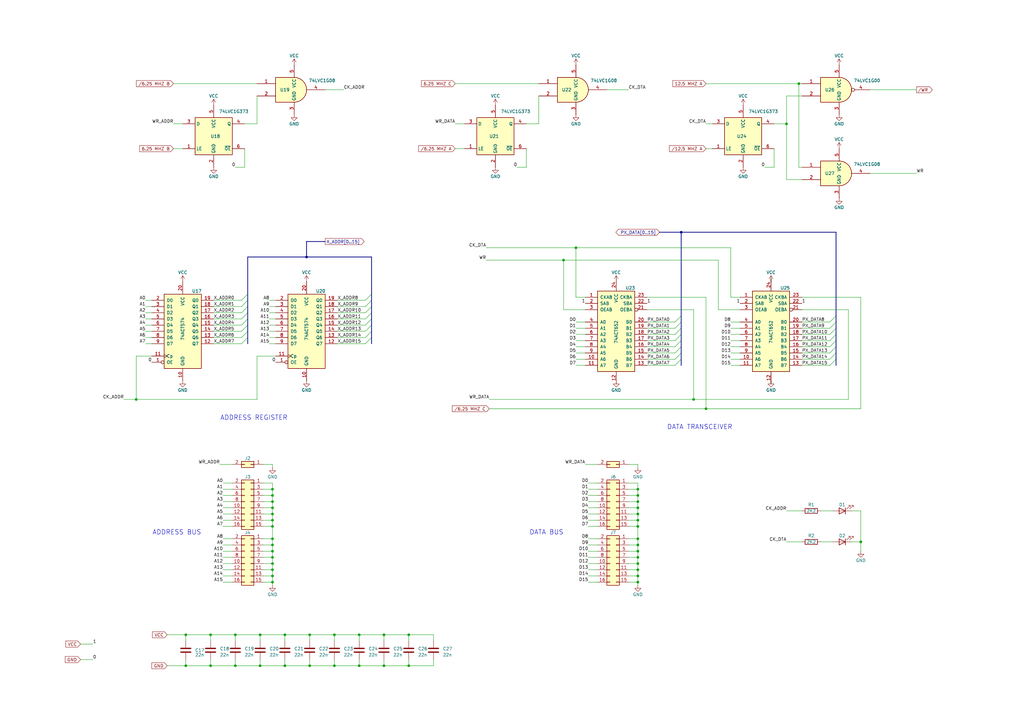
<source format=kicad_sch>
(kicad_sch (version 20231120) (generator "eeschema") (generator_version "8.0")
  (paper "A3")
  (title_block (title "INTERFACE"))
  (junction (at 111.76 226.06))
  (junction (at 111.76 210.82))
  (junction (at 55.88 163.83))
  (junction (at 261.62 238.76))
  (junction (at 111.76 233.68))
  (junction (at 111.76 236.22))
  (junction (at 111.76 228.6))
  (junction (at 261.62 203.2))
  (junction (at 284.48 163.83))
  (junction (at 127 260.35))
  (junction (at 96.52 273.05))
  (junction (at 76.2 260.35))
  (junction (at 106.68 260.35))
  (junction (at 127 273.05))
  (junction (at 261.62 236.22))
  (junction (at 261.62 220.98))
  (junction (at 261.62 205.74))
  (junction (at 86.36 260.35))
  (junction (at 111.76 208.28))
  (junction (at 125.73 105.41))
  (junction (at 116.84 260.35))
  (junction (at 147.32 260.35))
  (junction (at 322.58 50.8))
  (junction (at 289.56 167.64))
  (junction (at 111.76 203.2))
  (junction (at 327.66 34.29))
  (junction (at 111.76 231.14))
  (junction (at 106.68 273.05))
  (junction (at 137.16 260.35))
  (junction (at 86.36 273.05))
  (junction (at 261.62 200.66))
  (junction (at 147.32 273.05))
  (junction (at 167.64 260.35))
  (junction (at 111.76 213.36))
  (junction (at 261.62 231.14))
  (junction (at 261.62 210.82))
  (junction (at 111.76 238.76))
  (junction (at 137.16 273.05))
  (junction (at 111.76 223.52))
  (junction (at 111.76 205.74))
  (junction (at 76.2 273.05))
  (junction (at 261.62 226.06))
  (junction (at 261.62 228.6))
  (junction (at 261.62 208.28))
  (junction (at 236.22 101.6))
  (junction (at 261.62 215.9))
  (junction (at 111.76 200.66))
  (junction (at 353.06 222.25))
  (junction (at 111.76 215.9))
  (junction (at 261.62 233.68))
  (junction (at 261.62 213.36))
  (junction (at 231.14 106.68))
  (junction (at 96.52 260.35))
  (junction (at 116.84 273.05))
  (junction (at 261.62 223.52))
  (junction (at 167.64 273.05))
  (junction (at 111.76 220.98))
  (junction (at 157.48 273.05))
  (junction (at 279.4 95.25))
  (junction (at 157.48 260.35))
  (bus_entry (at 342.9 137.16) (size -2.54 2.54))
  (bus_entry (at 342.9 142.24) (size -2.54 2.54))
  (bus_entry (at 101.6 130.81) (size -2.54 2.54))
  (bus_entry (at 279.4 137.16) (size -2.54 2.54))
  (bus_entry (at 101.6 125.73) (size -2.54 2.54))
  (bus_entry (at 152.4 130.81) (size -2.54 2.54))
  (bus_entry (at 279.4 139.7) (size -2.54 2.54))
  (bus_entry (at 279.4 134.62) (size -2.54 2.54))
  (bus_entry (at 152.4 128.27) (size -2.54 2.54))
  (bus_entry (at 279.4 132.08) (size -2.54 2.54))
  (bus_entry (at 279.4 142.24) (size -2.54 2.54))
  (bus_entry (at 152.4 138.43) (size -2.54 2.54))
  (bus_entry (at 152.4 123.19) (size -2.54 2.54))
  (bus_entry (at 101.6 123.19) (size -2.54 2.54))
  (bus_entry (at 152.4 125.73) (size -2.54 2.54))
  (bus_entry (at 101.6 120.65) (size -2.54 2.54))
  (bus_entry (at 342.9 129.54) (size -2.54 2.54))
  (bus_entry (at 342.9 144.78) (size -2.54 2.54))
  (bus_entry (at 342.9 134.62) (size -2.54 2.54))
  (bus_entry (at 279.4 147.32) (size -2.54 2.54))
  (bus_entry (at 279.4 144.78) (size -2.54 2.54))
  (bus_entry (at 101.6 128.27) (size -2.54 2.54))
  (bus_entry (at 101.6 138.43) (size -2.54 2.54))
  (bus_entry (at 101.6 133.35) (size -2.54 2.54))
  (bus_entry (at 342.9 132.08) (size -2.54 2.54))
  (bus_entry (at 101.6 135.89) (size -2.54 2.54))
  (bus_entry (at 152.4 133.35) (size -2.54 2.54))
  (bus_entry (at 342.9 139.7) (size -2.54 2.54))
  (bus_entry (at 279.4 129.54) (size -2.54 2.54))
  (bus_entry (at 152.4 135.89) (size -2.54 2.54))
  (bus_entry (at 152.4 120.65) (size -2.54 2.54))
  (bus_entry (at 342.9 147.32) (size -2.54 2.54))
  (wire (pts (xy 186.69 60.96) (xy 190.5 60.96)))
  (bus (pts (xy 342.9 139.7) (xy 342.9 142.24)))
  (wire (pts (xy 327.66 68.58) (xy 327.66 34.29)))
  (wire (pts (xy 257.81 236.22) (xy 261.62 236.22)))
  (wire (pts (xy 236.22 142.24) (xy 240.03 142.24)))
  (wire (pts (xy 106.68 273.05) (xy 116.84 273.05)))
  (wire (pts (xy 107.95 231.14) (xy 111.76 231.14)))
  (wire (pts (xy 91.44 233.68) (xy 95.25 233.68)))
  (wire (pts (xy 91.44 228.6) (xy 95.25 228.6)))
  (wire (pts (xy 71.12 34.29) (xy 105.41 34.29)))
  (wire (pts (xy 328.93 73.66) (xy 322.58 73.66)))
  (wire (pts (xy 322.58 73.66) (xy 322.58 50.8)))
  (wire (pts (xy 110.49 133.35) (xy 113.03 133.35)))
  (wire (pts (xy 111.76 203.2) (xy 111.76 205.74)))
  (bus (pts (xy 279.4 134.62) (xy 279.4 137.16)))
  (wire (pts (xy 50.8 163.83) (xy 55.88 163.83)))
  (bus (pts (xy 101.6 120.65) (xy 101.6 123.19)))
  (wire (pts (xy 76.2 273.05) (xy 86.36 273.05)))
  (wire (pts (xy 276.86 132.08) (xy 265.43 132.08)))
  (wire (pts (xy 265.43 121.92) (xy 289.56 121.92)))
  (bus (pts (xy 342.9 129.54) (xy 342.9 95.25)))
  (wire (pts (xy 107.95 200.66) (xy 111.76 200.66)))
  (wire (pts (xy 107.95 213.36) (xy 111.76 213.36)))
  (wire (pts (xy 111.76 205.74) (xy 111.76 208.28)))
  (wire (pts (xy 299.72 132.08) (xy 303.53 132.08)))
  (wire (pts (xy 59.69 133.35) (xy 62.23 133.35)))
  (wire (pts (xy 241.3 213.36) (xy 245.11 213.36)))
  (wire (pts (xy 138.43 138.43) (xy 149.86 138.43)))
  (wire (pts (xy 265.43 149.86) (xy 276.86 149.86)))
  (wire (pts (xy 236.22 134.62) (xy 240.03 134.62)))
  (wire (pts (xy 147.32 260.35) (xy 157.48 260.35)))
  (wire (pts (xy 106.68 260.35) (xy 116.84 260.35)))
  (wire (pts (xy 147.32 273.05) (xy 147.32 270.51)))
  (wire (pts (xy 59.69 138.43) (xy 62.23 138.43)))
  (wire (pts (xy 116.84 273.05) (xy 127 273.05)))
  (wire (pts (xy 86.36 260.35) (xy 96.52 260.35)))
  (wire (pts (xy 257.81 228.6) (xy 261.62 228.6)))
  (wire (pts (xy 87.63 135.89) (xy 99.06 135.89)))
  (wire (pts (xy 76.2 273.05) (xy 76.2 270.51)))
  (wire (pts (xy 322.58 39.37) (xy 328.93 39.37)))
  (wire (pts (xy 328.93 142.24) (xy 340.36 142.24)))
  (wire (pts (xy 356.87 71.12) (xy 375.92 71.12)))
  (wire (pts (xy 105.41 146.05) (xy 105.41 163.83)))
  (wire (pts (xy 284.48 127) (xy 284.48 163.83)))
  (wire (pts (xy 111.76 226.06) (xy 111.76 228.6)))
  (wire (pts (xy 322.58 50.8) (xy 322.58 39.37)))
  (wire (pts (xy 240.03 190.5) (xy 245.11 190.5)))
  (wire (pts (xy 106.68 273.05) (xy 106.68 270.51)))
  (wire (pts (xy 107.95 236.22) (xy 111.76 236.22)))
  (wire (pts (xy 107.95 210.82) (xy 111.76 210.82)))
  (wire (pts (xy 91.44 231.14) (xy 95.25 231.14)))
  (wire (pts (xy 257.81 200.66) (xy 261.62 200.66)))
  (wire (pts (xy 110.49 135.89) (xy 113.03 135.89)))
  (wire (pts (xy 76.2 260.35) (xy 76.2 262.89)))
  (wire (pts (xy 137.16 260.35) (xy 137.16 262.89)))
  (wire (pts (xy 241.3 198.12) (xy 245.11 198.12)))
  (wire (pts (xy 76.2 260.35) (xy 86.36 260.35)))
  (wire (pts (xy 328.93 121.92) (xy 353.06 121.92)))
  (bus (pts (xy 342.9 147.32) (xy 342.9 149.86)))
  (wire (pts (xy 299.72 121.92) (xy 299.72 101.6)))
  (wire (pts (xy 59.69 125.73) (xy 62.23 125.73)))
  (wire (pts (xy 86.36 273.05) (xy 96.52 273.05)))
  (wire (pts (xy 111.76 190.5) (xy 107.95 190.5)))
  (wire (pts (xy 299.72 144.78) (xy 303.53 144.78)))
  (wire (pts (xy 96.52 273.05) (xy 106.68 273.05)))
  (wire (pts (xy 261.62 213.36) (xy 261.62 215.9)))
  (wire (pts (xy 91.44 223.52) (xy 95.25 223.52)))
  (wire (pts (xy 177.8 260.35) (xy 177.8 262.89)))
  (wire (pts (xy 91.44 198.12) (xy 95.25 198.12)))
  (wire (pts (xy 261.62 203.2) (xy 261.62 205.74)))
  (wire (pts (xy 257.81 205.74) (xy 261.62 205.74)))
  (wire (pts (xy 261.62 210.82) (xy 261.62 213.36)))
  (wire (pts (xy 289.56 60.96) (xy 292.1 60.96)))
  (wire (pts (xy 257.81 238.76) (xy 261.62 238.76)))
  (wire (pts (xy 248.92 36.83) (xy 257.81 36.83)))
  (wire (pts (xy 317.5 50.8) (xy 322.58 50.8)))
  (wire (pts (xy 138.43 128.27) (xy 149.86 128.27)))
  (wire (pts (xy 111.76 208.28) (xy 111.76 210.82)))
  (wire (pts (xy 240.03 121.92) (xy 236.22 121.92)))
  (wire (pts (xy 353.06 222.25) (xy 349.25 222.25)))
  (wire (pts (xy 116.84 260.35) (xy 116.84 262.89)))
  (wire (pts (xy 116.84 260.35) (xy 127 260.35)))
  (wire (pts (xy 87.63 130.81) (xy 99.06 130.81)))
  (wire (pts (xy 353.06 209.55) (xy 349.25 209.55)))
  (wire (pts (xy 236.22 139.7) (xy 240.03 139.7)))
  (bus (pts (xy 279.4 142.24) (xy 279.4 144.78)))
  (wire (pts (xy 199.39 101.6) (xy 236.22 101.6)))
  (wire (pts (xy 107.95 220.98) (xy 111.76 220.98)))
  (wire (pts (xy 157.48 273.05) (xy 167.64 273.05)))
  (bus (pts (xy 342.9 137.16) (xy 342.9 139.7)))
  (wire (pts (xy 110.49 130.81) (xy 113.03 130.81)))
  (wire (pts (xy 71.12 60.96) (xy 74.93 60.96)))
  (bus (pts (xy 342.9 142.24) (xy 342.9 144.78)))
  (bus (pts (xy 152.4 125.73) (xy 152.4 128.27)))
  (bus (pts (xy 101.6 135.89) (xy 101.6 138.43)))
  (wire (pts (xy 113.03 146.05) (xy 105.41 146.05)))
  (wire (pts (xy 87.63 133.35) (xy 99.06 133.35)))
  (wire (pts (xy 236.22 132.08) (xy 240.03 132.08)))
  (wire (pts (xy 107.95 228.6) (xy 111.76 228.6)))
  (wire (pts (xy 231.14 106.68) (xy 231.14 127)))
  (wire (pts (xy 138.43 135.89) (xy 149.86 135.89)))
  (wire (pts (xy 303.53 127) (xy 294.64 127)))
  (wire (pts (xy 91.44 236.22) (xy 95.25 236.22)))
  (bus (pts (xy 152.4 128.27) (xy 152.4 130.81)))
  (wire (pts (xy 265.43 139.7) (xy 276.86 139.7)))
  (wire (pts (xy 261.62 223.52) (xy 261.62 226.06)))
  (bus (pts (xy 152.4 105.41) (xy 152.4 120.65)))
  (wire (pts (xy 303.53 121.92) (xy 299.72 121.92)))
  (wire (pts (xy 177.8 273.05) (xy 177.8 270.51)))
  (wire (pts (xy 328.93 137.16) (xy 340.36 137.16)))
  (wire (pts (xy 241.3 203.2) (xy 245.11 203.2)))
  (wire (pts (xy 107.95 238.76) (xy 111.76 238.76)))
  (wire (pts (xy 215.9 50.8) (xy 220.98 50.8)))
  (wire (pts (xy 111.76 220.98) (xy 111.76 223.52)))
  (wire (pts (xy 138.43 130.81) (xy 149.86 130.81)))
  (wire (pts (xy 289.56 167.64) (xy 353.06 167.64)))
  (wire (pts (xy 91.44 213.36) (xy 95.25 213.36)))
  (wire (pts (xy 100.33 60.96) (xy 100.33 68.58)))
  (wire (pts (xy 107.95 208.28) (xy 111.76 208.28)))
  (bus (pts (xy 270.51 95.25) (xy 279.4 95.25)))
  (wire (pts (xy 299.72 134.62) (xy 303.53 134.62)))
  (wire (pts (xy 110.49 140.97) (xy 113.03 140.97)))
  (wire (pts (xy 241.3 208.28) (xy 245.11 208.28)))
  (wire (pts (xy 241.3 200.66) (xy 245.11 200.66)))
  (wire (pts (xy 257.81 226.06) (xy 261.62 226.06)))
  (wire (pts (xy 328.93 127) (xy 347.98 127)))
  (wire (pts (xy 353.06 209.55) (xy 353.06 222.25)))
  (wire (pts (xy 261.62 205.74) (xy 261.62 208.28)))
  (wire (pts (xy 137.16 273.05) (xy 137.16 270.51)))
  (wire (pts (xy 241.3 220.98) (xy 245.11 220.98)))
  (wire (pts (xy 261.62 233.68) (xy 261.62 236.22)))
  (wire (pts (xy 276.86 134.62) (xy 265.43 134.62)))
  (wire (pts (xy 200.66 167.64) (xy 289.56 167.64)))
  (wire (pts (xy 91.44 238.76) (xy 95.25 238.76)))
  (wire (pts (xy 96.52 260.35) (xy 96.52 262.89)))
  (wire (pts (xy 261.62 236.22) (xy 261.62 238.76)))
  (wire (pts (xy 294.64 127) (xy 294.64 106.68)))
  (wire (pts (xy 106.68 260.35) (xy 106.68 262.89)))
  (bus (pts (xy 279.4 129.54) (xy 279.4 132.08)))
  (wire (pts (xy 241.3 210.82) (xy 245.11 210.82)))
  (wire (pts (xy 199.39 106.68) (xy 231.14 106.68)))
  (wire (pts (xy 137.16 273.05) (xy 147.32 273.05)))
  (bus (pts (xy 342.9 129.54) (xy 342.9 132.08)))
  (wire (pts (xy 265.43 144.78) (xy 276.86 144.78)))
  (wire (pts (xy 328.93 134.62) (xy 340.36 134.62)))
  (wire (pts (xy 215.9 68.58) (xy 212.09 68.58)))
  (wire (pts (xy 186.69 34.29) (xy 220.98 34.29)))
  (wire (pts (xy 299.72 147.32) (xy 303.53 147.32)))
  (wire (pts (xy 100.33 68.58) (xy 96.52 68.58)))
  (wire (pts (xy 111.76 191.77) (xy 111.76 190.5)))
  (wire (pts (xy 236.22 149.86) (xy 240.03 149.86)))
  (wire (pts (xy 87.63 138.43) (xy 99.06 138.43)))
  (wire (pts (xy 127 273.05) (xy 127 270.51)))
  (wire (pts (xy 241.3 228.6) (xy 245.11 228.6)))
  (wire (pts (xy 71.12 50.8) (xy 74.93 50.8)))
  (wire (pts (xy 316.23 115.57) (xy 316.23 114.3)))
  (bus (pts (xy 133.35 99.06) (xy 125.73 99.06)))
  (wire (pts (xy 261.62 208.28) (xy 261.62 210.82)))
  (wire (pts (xy 299.72 137.16) (xy 303.53 137.16)))
  (wire (pts (xy 347.98 127) (xy 347.98 163.83)))
  (bus (pts (xy 342.9 144.78) (xy 342.9 147.32)))
  (wire (pts (xy 328.93 149.86) (xy 340.36 149.86)))
  (wire (pts (xy 157.48 260.35) (xy 167.64 260.35)))
  (wire (pts (xy 138.43 133.35) (xy 149.86 133.35)))
  (wire (pts (xy 328.93 139.7) (xy 340.36 139.7)))
  (wire (pts (xy 317.5 60.96) (xy 317.5 68.58)))
  (wire (pts (xy 59.69 123.19) (xy 62.23 123.19)))
  (wire (pts (xy 111.76 210.82) (xy 111.76 213.36)))
  (wire (pts (xy 327.66 34.29) (xy 328.93 34.29)))
  (wire (pts (xy 292.1 50.8) (xy 289.56 50.8)))
  (wire (pts (xy 257.81 220.98) (xy 261.62 220.98)))
  (bus (pts (xy 279.4 95.25) (xy 279.4 129.54)))
  (bus (pts (xy 279.4 95.25) (xy 342.9 95.25)))
  (wire (pts (xy 316.23 156.21) (xy 316.23 157.48)))
  (wire (pts (xy 328.93 68.58) (xy 327.66 68.58)))
  (wire (pts (xy 147.32 260.35) (xy 147.32 262.89)))
  (wire (pts (xy 107.95 203.2) (xy 111.76 203.2)))
  (wire (pts (xy 236.22 101.6) (xy 299.72 101.6)))
  (wire (pts (xy 241.3 205.74) (xy 245.11 205.74)))
  (wire (pts (xy 140.97 36.83) (xy 133.35 36.83)))
  (wire (pts (xy 127 260.35) (xy 127 262.89)))
  (wire (pts (xy 111.76 228.6) (xy 111.76 231.14)))
  (wire (pts (xy 91.44 205.74) (xy 95.25 205.74)))
  (wire (pts (xy 261.62 228.6) (xy 261.62 231.14)))
  (wire (pts (xy 289.56 167.64) (xy 289.56 121.92)))
  (wire (pts (xy 257.81 210.82) (xy 261.62 210.82)))
  (wire (pts (xy 241.3 233.68) (xy 245.11 233.68)))
  (wire (pts (xy 91.44 226.06) (xy 95.25 226.06)))
  (bus (pts (xy 152.4 135.89) (xy 152.4 138.43)))
  (wire (pts (xy 96.52 273.05) (xy 96.52 270.51)))
  (wire (pts (xy 257.81 208.28) (xy 261.62 208.28)))
  (wire (pts (xy 322.58 209.55) (xy 328.93 209.55)))
  (bus (pts (xy 279.4 132.08) (xy 279.4 134.62)))
  (wire (pts (xy 59.69 135.89) (xy 62.23 135.89)))
  (wire (pts (xy 127 260.35) (xy 137.16 260.35)))
  (wire (pts (xy 59.69 140.97) (xy 62.23 140.97)))
  (wire (pts (xy 241.3 236.22) (xy 245.11 236.22)))
  (wire (pts (xy 86.36 273.05) (xy 86.36 270.51)))
  (wire (pts (xy 299.72 142.24) (xy 303.53 142.24)))
  (wire (pts (xy 257.81 213.36) (xy 261.62 213.36)))
  (wire (pts (xy 284.48 163.83) (xy 347.98 163.83)))
  (wire (pts (xy 241.3 238.76) (xy 245.11 238.76)))
  (wire (pts (xy 87.63 123.19) (xy 99.06 123.19)))
  (wire (pts (xy 116.84 273.05) (xy 116.84 270.51)))
  (wire (pts (xy 261.62 198.12) (xy 261.62 200.66)))
  (wire (pts (xy 55.88 146.05) (xy 62.23 146.05)))
  (wire (pts (xy 167.64 273.05) (xy 177.8 273.05)))
  (wire (pts (xy 200.66 163.83) (xy 284.48 163.83)))
  (wire (pts (xy 111.76 223.52) (xy 111.76 226.06)))
  (wire (pts (xy 87.63 140.97) (xy 99.06 140.97)))
  (wire (pts (xy 68.58 260.35) (xy 76.2 260.35)))
  (wire (pts (xy 328.93 144.78) (xy 340.36 144.78)))
  (wire (pts (xy 68.58 273.05) (xy 76.2 273.05)))
  (wire (pts (xy 289.56 34.29) (xy 327.66 34.29)))
  (bus (pts (xy 152.4 130.81) (xy 152.4 133.35)))
  (wire (pts (xy 241.3 231.14) (xy 245.11 231.14)))
  (wire (pts (xy 33.02 270.51) (xy 38.1 270.51)))
  (wire (pts (xy 265.43 137.16) (xy 276.86 137.16)))
  (bus (pts (xy 101.6 105.41) (xy 101.6 120.65)))
  (bus (pts (xy 279.4 147.32) (xy 279.4 149.86)))
  (bus (pts (xy 279.4 139.7) (xy 279.4 142.24)))
  (wire (pts (xy 261.62 215.9) (xy 261.62 220.98)))
  (bus (pts (xy 101.6 133.35) (xy 101.6 135.89)))
  (wire (pts (xy 105.41 39.37) (xy 105.41 50.8)))
  (bus (pts (xy 152.4 120.65) (xy 152.4 123.19)))
  (wire (pts (xy 157.48 260.35) (xy 157.48 262.89)))
  (wire (pts (xy 231.14 106.68) (xy 294.64 106.68)))
  (wire (pts (xy 220.98 50.8) (xy 220.98 39.37)))
  (wire (pts (xy 90.17 190.5) (xy 95.25 190.5)))
  (wire (pts (xy 353.06 226.06) (xy 353.06 222.25)))
  (wire (pts (xy 110.49 125.73) (xy 113.03 125.73)))
  (wire (pts (xy 87.63 128.27) (xy 99.06 128.27)))
  (wire (pts (xy 107.95 223.52) (xy 111.76 223.52)))
  (wire (pts (xy 241.3 215.9) (xy 245.11 215.9)))
  (bus (pts (xy 101.6 125.73) (xy 101.6 128.27)))
  (wire (pts (xy 257.81 223.52) (xy 261.62 223.52)))
  (wire (pts (xy 110.49 123.19) (xy 113.03 123.19)))
  (wire (pts (xy 299.72 149.86) (xy 303.53 149.86)))
  (wire (pts (xy 105.41 163.83) (xy 55.88 163.83)))
  (wire (pts (xy 137.16 260.35) (xy 147.32 260.35)))
  (wire (pts (xy 105.41 50.8) (xy 100.33 50.8)))
  (wire (pts (xy 241.3 223.52) (xy 245.11 223.52)))
  (wire (pts (xy 240.03 127) (xy 231.14 127)))
  (wire (pts (xy 107.95 205.74) (xy 111.76 205.74)))
  (wire (pts (xy 91.44 220.98) (xy 95.25 220.98)))
  (wire (pts (xy 356.87 36.83) (xy 375.92 36.83)))
  (wire (pts (xy 111.76 198.12) (xy 111.76 200.66)))
  (wire (pts (xy 111.76 231.14) (xy 111.76 233.68)))
  (bus (pts (xy 152.4 123.19) (xy 152.4 125.73)))
  (wire (pts (xy 265.43 147.32) (xy 276.86 147.32)))
  (wire (pts (xy 107.95 226.06) (xy 111.76 226.06)))
  (wire (pts (xy 167.64 260.35) (xy 167.64 262.89)))
  (wire (pts (xy 257.81 231.14) (xy 261.62 231.14)))
  (wire (pts (xy 353.06 121.92) (xy 353.06 167.64)))
  (wire (pts (xy 167.64 260.35) (xy 177.8 260.35)))
  (wire (pts (xy 341.63 222.25) (xy 336.55 222.25)))
  (bus (pts (xy 279.4 137.16) (xy 279.4 139.7)))
  (wire (pts (xy 261.62 220.98) (xy 261.62 223.52)))
  (wire (pts (xy 107.95 198.12) (xy 111.76 198.12)))
  (bus (pts (xy 101.6 138.43) (xy 101.6 140.97)))
  (bus (pts (xy 125.73 105.41) (xy 101.6 105.41)))
  (wire (pts (xy 110.49 138.43) (xy 113.03 138.43)))
  (wire (pts (xy 111.76 200.66) (xy 111.76 203.2)))
  (wire (pts (xy 138.43 123.19) (xy 149.86 123.19)))
  (wire (pts (xy 257.81 215.9) (xy 261.62 215.9)))
  (bus (pts (xy 152.4 138.43) (xy 152.4 140.97)))
  (wire (pts (xy 111.76 215.9) (xy 111.76 220.98)))
  (bus (pts (xy 125.73 99.06) (xy 125.73 105.41)))
  (wire (pts (xy 257.81 233.68) (xy 261.62 233.68)))
  (wire (pts (xy 236.22 121.92) (xy 236.22 101.6)))
  (wire (pts (xy 59.69 128.27) (xy 62.23 128.27)))
  (wire (pts (xy 127 273.05) (xy 137.16 273.05)))
  (wire (pts (xy 236.22 137.16) (xy 240.03 137.16)))
  (wire (pts (xy 257.81 198.12) (xy 261.62 198.12)))
  (wire (pts (xy 87.63 125.73) (xy 99.06 125.73)))
  (wire (pts (xy 261.62 200.66) (xy 261.62 203.2)))
  (wire (pts (xy 241.3 226.06) (xy 245.11 226.06)))
  (wire (pts (xy 236.22 147.32) (xy 240.03 147.32)))
  (bus (pts (xy 101.6 130.81) (xy 101.6 133.35)))
  (wire (pts (xy 252.73 115.57) (xy 252.73 114.3)))
  (wire (pts (xy 322.58 222.25) (xy 328.93 222.25)))
  (wire (pts (xy 59.69 130.81) (xy 62.23 130.81)))
  (wire (pts (xy 91.44 215.9) (xy 95.25 215.9)))
  (wire (pts (xy 236.22 144.78) (xy 240.03 144.78)))
  (wire (pts (xy 157.48 273.05) (xy 157.48 270.51)))
  (wire (pts (xy 328.93 147.32) (xy 340.36 147.32)))
  (wire (pts (xy 340.36 132.08) (xy 328.93 132.08)))
  (wire (pts (xy 147.32 273.05) (xy 157.48 273.05)))
  (wire (pts (xy 167.64 273.05) (xy 167.64 270.51)))
  (wire (pts (xy 138.43 125.73) (xy 149.86 125.73)))
  (wire (pts (xy 138.43 140.97) (xy 149.86 140.97)))
  (bus (pts (xy 125.73 105.41) (xy 152.4 105.41)))
  (wire (pts (xy 107.95 215.9) (xy 111.76 215.9)))
  (bus (pts (xy 101.6 123.19) (xy 101.6 125.73)))
  (bus (pts (xy 279.4 144.78) (xy 279.4 147.32)))
  (wire (pts (xy 91.44 203.2) (xy 95.25 203.2)))
  (wire (pts (xy 91.44 210.82) (xy 95.25 210.82)))
  (bus (pts (xy 342.9 132.08) (xy 342.9 134.62)))
  (wire (pts (xy 261.62 238.76) (xy 261.62 240.03)))
  (wire (pts (xy 261.62 231.14) (xy 261.62 233.68)))
  (wire (pts (xy 33.02 264.16) (xy 38.1 264.16)))
  (wire (pts (xy 299.72 139.7) (xy 303.53 139.7)))
  (wire (pts (xy 257.81 203.2) (xy 261.62 203.2)))
  (wire (pts (xy 341.63 209.55) (xy 336.55 209.55)))
  (bus (pts (xy 152.4 133.35) (xy 152.4 135.89)))
  (wire (pts (xy 110.49 128.27) (xy 113.03 128.27)))
  (wire (pts (xy 252.73 156.21) (xy 252.73 157.48)))
  (wire (pts (xy 261.62 190.5) (xy 257.81 190.5)))
  (wire (pts (xy 96.52 260.35) (xy 106.68 260.35)))
  (wire (pts (xy 111.76 238.76) (xy 111.76 240.03)))
  (wire (pts (xy 317.5 68.58) (xy 313.69 68.58)))
  (bus (pts (xy 101.6 128.27) (xy 101.6 130.81)))
  (wire (pts (xy 215.9 60.96) (xy 215.9 68.58)))
  (wire (pts (xy 261.62 226.06) (xy 261.62 228.6)))
  (wire (pts (xy 111.76 213.36) (xy 111.76 215.9)))
  (wire (pts (xy 55.88 163.83) (xy 55.88 146.05)))
  (wire (pts (xy 186.69 50.8) (xy 190.5 50.8)))
  (wire (pts (xy 107.95 233.68) (xy 111.76 233.68)))
  (wire (pts (xy 265.43 142.24) (xy 276.86 142.24)))
  (wire (pts (xy 91.44 200.66) (xy 95.25 200.66)))
  (wire (pts (xy 86.36 260.35) (xy 86.36 262.89)))
  (wire (pts (xy 265.43 127) (xy 284.48 127)))
  (bus (pts (xy 342.9 134.62) (xy 342.9 137.16)))
  (wire (pts (xy 91.44 208.28) (xy 95.25 208.28)))
  (wire (pts (xy 111.76 236.22) (xy 111.76 238.76)))
  (wire (pts (xy 111.76 233.68) (xy 111.76 236.22)))
  (wire (pts (xy 261.62 191.77) (xy 261.62 190.5)))
  (text "DATA BUS" (at 231.14 218.44 0) (effects (font (size 1.905 1.905)) (justify right)))
  (text "ADDRESS BUS" (at 82.55 218.44 0) (effects (font (size 1.905 1.905)) (justify right)))
  (text "ADDRESS REGISTER" (at 104.14 171.45 0) (effects (font (size 1.905 1.905))))
  (text "DATA TRANSCEIVER" (at 287.02 175.26 0) (effects (font (size 1.905 1.905))))
  (label "A15" (at 110.49 140.97 180))
  (label "D14" (at 299.72 147.32 180))
  (label "D8" (at 299.72 132.08 180))
  (label "A9" (at 110.49 125.73 180))
  (label "A6" (at 91.44 213.36 180))
  (label "D7" (at 241.3 215.9 180))
  (label "D3" (at 241.3 205.74 180))
  (label "X_ADDR2" (at 87.63 128.27 0))
  (label "X_ADDR5" (at 87.63 135.89 0))
  (label "PX_DATA1" (at 265.43 134.62 0))
  (label "A6" (at 59.69 138.43 180))
  (label "X_ADDR12" (at 138.43 133.35 0))
  (label "PX_DATA10" (at 328.93 137.16 0))
  (label "D14" (at 241.3 236.22 180))
  (label "D4" (at 236.22 142.24 180))
  (label "D15" (at 299.72 149.86 180))
  (label "CK_DTA" (at 199.39 101.6 180))
  (label "D3" (at 236.22 139.7 180))
  (label "D4" (at 241.3 208.28 180))
  (label "0" (at 313.69 68.58 180))
  (label "D13" (at 241.3 233.68 180))
  (label "CK_ADDR" (at 50.8 163.83 180))
  (label "D2" (at 241.3 203.2 180))
  (label "PX_DATA15" (at 328.93 149.86 0))
  (label "PX_DATA2" (at 265.43 137.16 0))
  (label "PX_DATA11" (at 328.93 139.7 0))
  (label "PX_DATA4" (at 265.43 142.24 0))
  (label "A5" (at 59.69 135.89 180))
  (label "X_ADDR10" (at 138.43 128.27 0))
  (label "PX_DATA8" (at 328.93 132.08 0))
  (label "PX_DATA12" (at 328.93 142.24 0))
  (label "A2" (at 91.44 203.2 180))
  (label "D10" (at 241.3 226.06 180))
  (label "A12" (at 110.49 133.35 180))
  (label "CK_DTA" (at 322.58 222.25 180))
  (label "D12" (at 241.3 231.14 180))
  (label "X_ADDR1" (at 87.63 125.73 0))
  (label "D8" (at 241.3 220.98 180))
  (label "PX_DATA3" (at 265.43 139.7 0))
  (label "WR_DATA" (at 186.69 50.8 180))
  (label "A7" (at 91.44 215.9 180))
  (label "D6" (at 241.3 213.36 180))
  (label "X_ADDR14" (at 138.43 138.43 0))
  (label "CK_ADDR" (at 140.97 36.83 0))
  (label "X_ADDR7" (at 87.63 140.97 0))
  (label "D1" (at 236.22 134.62 180))
  (label "D10" (at 299.72 137.16 180))
  (label "D9" (at 241.3 223.52 180))
  (label "0" (at 62.23 148.59 180))
  (label "CK_ADDR" (at 322.58 209.55 180))
  (label "A13" (at 110.49 135.89 180))
  (label "PX_DATA5" (at 265.43 144.78 0))
  (label "A4" (at 91.44 208.28 180))
  (label "D9" (at 299.72 134.62 180))
  (label "D11" (at 241.3 228.6 180))
  (label "0" (at 38.1 270.51 0))
  (label "WR_DATA" (at 240.03 190.5 180))
  (label "D0" (at 241.3 198.12 180))
  (label "PX_DATA7" (at 265.43 149.86 0))
  (label "PX_DATA0" (at 265.43 132.08 0))
  (label "0" (at 113.03 148.59 180))
  (label "PX_DATA14" (at 328.93 147.32 0))
  (label "A14" (at 110.49 138.43 180))
  (label "D2" (at 236.22 137.16 180))
  (label "X_ADDR13" (at 138.43 135.89 0))
  (label "X_ADDR15" (at 138.43 140.97 0))
  (label "A8" (at 110.49 123.19 180))
  (label "A5" (at 91.44 210.82 180))
  (label "D0" (at 236.22 132.08 180))
  (label "D6" (at 236.22 147.32 180))
  (label "D11" (at 299.72 139.7 180))
  (label "A11" (at 91.44 228.6 180))
  (label "0" (at 96.52 68.58 180))
  (label "1" (at 265.43 124.46 0))
  (label "A9" (at 91.44 223.52 180))
  (label "A13" (at 91.44 233.68 180))
  (label "1" (at 38.1 264.16 0))
  (label "A11" (at 110.49 130.81 180))
  (label "WR_DATA" (at 200.66 163.83 180))
  (label "A0" (at 91.44 198.12 180))
  (label "A7" (at 59.69 140.97 180))
  (label "PX_DATA6" (at 265.43 147.32 0))
  (label "X_ADDR8" (at 138.43 123.19 0))
  (label "A4" (at 59.69 133.35 180))
  (label "WR_ADDR" (at 90.17 190.5 180))
  (label "D1" (at 241.3 200.66 180))
  (label "D13" (at 299.72 144.78 180))
  (label "D5" (at 241.3 210.82 180))
  (label "A0" (at 59.69 123.19 180))
  (label "CK_DTA" (at 257.81 36.83 0))
  (label "A12" (at 91.44 231.14 180))
  (label "X_ADDR6" (at 87.63 138.43 0))
  (label "X_ADDR3" (at 87.63 130.81 0))
  (label "A10" (at 110.49 128.27 180))
  (label "X_ADDR0" (at 87.63 123.19 0))
  (label "PX_DATA9" (at 328.93 134.62 0))
  (label "PX_DATA13" (at 328.93 144.78 0))
  (label "X_ADDR9" (at 138.43 125.73 0))
  (label "D15" (at 241.3 238.76 180))
  (label "WR" (at 375.92 71.12 0))
  (label "1" (at 240.03 124.46 180))
  (label "D12" (at 299.72 142.24 180))
  (label "CK_DTA" (at 289.56 50.8 180))
  (label "A8" (at 91.44 220.98 180))
  (label "A2" (at 59.69 128.27 180))
  (label "X_ADDR4" (at 87.63 133.35 0))
  (label "A15" (at 91.44 238.76 180))
  (label "A10" (at 91.44 226.06 180))
  (label "D5" (at 236.22 144.78 180))
  (label "A1" (at 91.44 200.66 180))
  (label "1" (at 303.53 124.46 180))
  (label "A3" (at 59.69 130.81 180))
  (label "D7" (at 236.22 149.86 180))
  (label "A3" (at 91.44 205.74 180))
  (label "A1" (at 59.69 125.73 180))
  (label "0" (at 212.09 68.58 180))
  (label "1" (at 328.93 124.46 0))
  (label "X_ADDR11" (at 138.43 130.81 0))
  (label "A14" (at 91.44 236.22 180))
  (label "WR" (at 199.39 106.68 180))
  (label "WR_ADDR" (at 71.12 50.8 180))
  (global_label "VCC" (shape input) (at 68.58 260.35 180) (property "Intersheetrefs" "${INTERSHEET_REFS}" (effects (hide yes))))
  (global_label "12.5 MHZ A" (shape input) (at 289.56 34.29 180) (property "Intersheetrefs" "${INTERSHEET_REFS}" (effects (hide yes))))
  (global_label "X_ADDR[0..15]" (shape output) (at 133.35 99.06 0) (property "Intersheetrefs" "${INTERSHEET_REFS}" (effects (hide yes))))
  (global_label "{slash}6.25 MHZ B" (shape input) (at 71.12 34.29 180) (property "Intersheetrefs" "${INTERSHEET_REFS}" (effects (hide yes))))
  (global_label "VCC" (shape input) (at 33.02 264.16 180) (property "Intersheetrefs" "${INTERSHEET_REFS}" (effects (hide yes))))
  (global_label "GND" (shape input) (at 33.02 270.51 180) (property "Intersheetrefs" "${INTERSHEET_REFS}" (effects (hide yes))))
  (global_label "{slash}6.25 MHZ A" (shape input) (at 186.69 60.96 180) (property "Intersheetrefs" "${INTERSHEET_REFS}" (effects (hide yes))))
  (global_label "6.25 MHZ B" (shape input) (at 71.12 60.96 180) (property "Intersheetrefs" "${INTERSHEET_REFS}" (effects (hide yes))))
  (global_label "{slash}12.5 MHZ A" (shape input) (at 289.56 60.96 180) (property "Intersheetrefs" "${INTERSHEET_REFS}" (effects (hide yes))))
  (global_label "6.25 MHZ C" (shape input) (at 186.69 34.29 180) (property "Intersheetrefs" "${INTERSHEET_REFS}" (effects (hide yes))))
  (global_label "PX_DATA[0..15]" (shape bidirectional) (at 270.51 95.25 180) (property "Intersheetrefs" "${INTERSHEET_REFS}" (effects (hide yes))))
  (global_label "GND" (shape input) (at 68.58 273.05 180) (property "Intersheetrefs" "${INTERSHEET_REFS}" (effects (hide yes))))
  (global_label "{slash}WR" (shape output) (at 375.92 36.83 0) (property "Intersheetrefs" "${INTERSHEET_REFS}" (effects (hide yes))))
  (global_label "{slash}6.25 MHZ C" (shape input) (at 200.66 167.64 180) (property "Intersheetrefs" "${INTERSHEET_REFS}" (effects (hide yes))))
  (symbol (lib_id "power:VCC") (at 236.22 26.67 0) (unit 1)
    (property "Reference" "#PWR048" (effects (hide yes)))
    (property "Value" "VCC" (at 236.22 22.86 0))
    (property "Description" "Power symbol creates a global label with name \"VCC\"" (effects (hide yes)))
  )
  (symbol (lib_id "power:GND") (at 203.2 68.58 0) (unit 1)
    (property "Reference" "#PWR046" (effects (hide yes)))
    (property "Value" "GND" (at 203.2 72.39 0))
    (property "Description" "Power symbol creates a global label with name \"GND\" , ground" (effects (hide yes)))
  )
  (symbol (lib_id "power:VCC") (at 87.63 43.18 0) (unit 1)
    (property "Reference" "#PWR037" (effects (hide yes)))
    (property "Value" "VCC" (at 87.63 39.37 0))
    (property "Description" "Power symbol creates a global label with name \"VCC\"" (effects (hide yes)))
  )
  (symbol (lib_id "Device:R") (at 332.74 209.55 270) (unit 1)
    (property "Reference" "R1" (at 332.74 207.01 90))
    (property "Value" "2K2" (at 332.74 209.55 90))
    (property "Footprint" "MevaLlibreriaFootprint:Meu-R_0603_1608Metric_Pad0.98x0.95mm_HandSolder" (effects (hide yes)))
    (property "Description" "Resistor" (effects (hide yes)))
    (property "LCSC Part #" "no_C23162" (effects (hide yes)))
  )
  (symbol (lib_id "Connector_Generic:Conn_02x01") (at 102.87 190.5 0) (mirror y) (unit 1)
    (property "Reference" "J2" (at 101.6 187.96 0))
    (property "Value" "Conn_02x01" (effects (hide yes)))
    (property "Footprint" "Connector_PinHeader_2.54mm:PinHeader_2x01_P2.54mm_Vertical" (effects (hide yes)))
    (property "Description" "Generic connector, double row, 02x01, this symbol is compatible with counter-clockwise, top-bottom and odd-even numbering schemes., script generated (kicad-library-utils/schlib/autogen/connector/)" (effects (hide yes)))
  )
  (symbol (lib_id "power:GND") (at 344.17 46.99 0) (unit 1)
    (property "Reference" "#PWR059" (effects (hide yes)))
    (property "Value" "GND" (at 344.17 50.8 0))
    (property "Description" "Power symbol creates a global label with name \"GND\" , ground" (effects (hide yes)))
  )
  (symbol (lib_id "power:VCC") (at 316.23 115.57 0) (unit 1)
    (property "Reference" "#PWR056" (effects (hide yes)))
    (property "Value" "VCC" (at 316.23 111.76 0))
    (property "Description" "Power symbol creates a global label with name \"VCC\"" (effects (hide yes)))
  )
  (symbol (lib_id "Device:C") (at 147.32 266.7 0) (unit 1)
    (property "Reference" "C24" (at 151.13 266.065 0) (effects (justify left)))
    (property "Value" "22n" (at 151.13 268.605 0) (effects (justify left)))
    (property "Footprint" "Capacitor_SMD:C_0603_1608Metric_Pad1.08x0.95mm_HandSolder" (effects (hide yes)))
    (property "Description" "Unpolarized capacitor" (effects (hide yes)))
    (property "LCSC Part #" "C277528" (effects (hide yes)))
  )
  (symbol (lib_id "74xGxx:74LVC1G373") (at 87.63 55.88 0) (unit 1)
    (property "Reference" "U18" (at 86.36 55.88 0) (effects (justify left)))
    (property "Value" "74LVC1G373" (at 89.8241 45.72 0) (effects (justify left)))
    (property "Footprint" "Package_TO_SOT_SMD:SOT-23-6" (effects (hide yes)))
    (property "Datasheet" "http://www.ti.com/lit/sg/scyt129e/scyt129e.pdf" (effects (hide yes)))
    (property "Description" "Single D Latch, Low-Voltage CMOS" (effects (hide yes)))
  )
  (symbol (lib_id "Connector_Generic:Conn_02x08_Odd_Even") (at 252.73 228.6 0) (mirror y) (unit 1)
    (property "Reference" "J7" (at 251.46 218.44 0))
    (property "Value" "Conn_02x08_Odd_Even" (effects (hide yes)))
    (property "Footprint" "Connector_PinHeader_2.54mm:PinHeader_2x08_P2.54mm_Vertical" (effects (hide yes)))
    (property "Description" "Generic connector, double row, 02x08, odd/even pin numbering scheme (row 1 odd numbers, row 2 even numbers), script generated (kicad-library-utils/schlib/autogen/connector/)" (effects (hide yes)))
    (property "LCSC Part #" "C24328" (effects (hide yes)))
  )
  (symbol (lib_id "Device:LED") (at 345.44 222.25 180) (unit 1)
    (property "Reference" "D2" (at 345.44 219.71 0))
    (property "Value" "LED" (effects (hide yes)))
    (property "Footprint" "LED_SMD:LED_0603_1608Metric_Pad1.05x0.95mm_HandSolder" (effects (hide yes)))
    (property "Description" "Light emitting diode" (effects (hide yes)))
    (property "LCSC Part #" "C193902" (effects (hide yes)))
  )
  (symbol (lib_id "74xGxx:74LVC1G373") (at 203.2 55.88 0) (unit 1)
    (property "Reference" "U21" (at 200.66 55.88 0) (effects (justify left)))
    (property "Value" "74LVC1G373" (at 205.3941 45.72 0) (effects (justify left)))
    (property "Footprint" "Package_TO_SOT_SMD:SOT-23-6" (effects (hide yes)))
    (property "Datasheet" "http://www.ti.com/lit/sg/scyt129e/scyt129e.pdf" (effects (hide yes)))
    (property "Description" "Single D Latch, Low-Voltage CMOS" (effects (hide yes)))
  )
  (symbol (lib_id "power:VCC") (at 125.73 115.57 0) (unit 1)
    (property "Reference" "#PWR043" (effects (hide yes)))
    (property "Value" "VCC" (at 125.73 111.76 0))
    (property "Description" "Power symbol creates a global label with name \"VCC\"" (effects (hide yes)))
  )
  (symbol (lib_id "power:GND") (at 261.62 240.03 0) (unit 1)
    (property "Reference" "#PWR053" (effects (hide yes)))
    (property "Value" "GND" (at 261.62 243.84 0))
    (property "Description" "Power symbol creates a global label with name \"GND\" , ground" (effects (hide yes)))
  )
  (symbol (lib_id "power:VCC") (at 252.73 115.57 0) (unit 1)
    (property "Reference" "#PWR050" (effects (hide yes)))
    (property "Value" "VCC" (at 252.73 111.76 0))
    (property "Description" "Power symbol creates a global label with name \"VCC\"" (effects (hide yes)))
  )
  (symbol (lib_id "Connector_Generic:Conn_02x08_Odd_Even") (at 252.73 205.74 0) (mirror y) (unit 1)
    (property "Reference" "J6" (at 251.46 195.58 0))
    (property "Value" "Conn_02x08_Odd_Even" (effects (hide yes)))
    (property "Footprint" "Connector_PinHeader_2.54mm:PinHeader_2x08_P2.54mm_Vertical" (effects (hide yes)))
    (property "Description" "Generic connector, double row, 02x08, odd/even pin numbering scheme (row 1 odd numbers, row 2 even numbers), script generated (kicad-library-utils/schlib/autogen/connector/)" (effects (hide yes)))
    (property "LCSC Part #" "C24328" (effects (hide yes)))
  )
  (symbol (lib_id "Device:C") (at 116.84 266.7 0) (unit 1)
    (property "Reference" "C21" (at 120.65 266.065 0) (effects (justify left)))
    (property "Value" "22n" (at 120.65 268.605 0) (effects (justify left)))
    (property "Footprint" "Capacitor_SMD:C_0603_1608Metric_Pad1.08x0.95mm_HandSolder" (effects (hide yes)))
    (property "Description" "Unpolarized capacitor" (effects (hide yes)))
    (property "LCSC Part #" "C277528" (effects (hide yes)))
  )
  (symbol (lib_id "power:GND") (at 87.63 68.58 0) (unit 1)
    (property "Reference" "#PWR038" (effects (hide yes)))
    (property "Value" "GND" (at 87.63 72.39 0))
    (property "Description" "Power symbol creates a global label with name \"GND\" , ground" (effects (hide yes)))
  )
  (symbol (lib_id "power:GND") (at 304.8 68.58 0) (unit 1)
    (property "Reference" "#PWR055" (effects (hide yes)))
    (property "Value" "GND" (at 304.8 72.39 0))
    (property "Description" "Power symbol creates a global label with name \"GND\" , ground" (effects (hide yes)))
  )
  (symbol (lib_id "74xGxx:74LVC1G00") (at 344.17 36.83 0) (unit 1)
    (property "Reference" "U26" (at 340.36 36.83 0))
    (property "Value" "74LVC1G00" (at 355.6 33.0514 0))
    (property "Footprint" "Package_TO_SOT_SMD:SOT-23-5" (effects (hide yes)))
    (property "Datasheet" "https://www.ti.com/lit/ds/symlink/sn74lvc1g00.pdf" (effects (hide yes)))
    (property "Description" "Single NAND Gate, Low-Voltage CMOS" (effects (hide yes)))
  )
  (symbol (lib_id "Device:C") (at 167.64 266.7 0) (unit 1)
    (property "Reference" "C26" (at 171.45 266.065 0) (effects (justify left)))
    (property "Value" "22n" (at 171.45 268.605 0) (effects (justify left)))
    (property "Footprint" "Capacitor_SMD:C_0603_1608Metric_Pad1.08x0.95mm_HandSolder" (effects (hide yes)))
    (property "Description" "Unpolarized capacitor" (effects (hide yes)))
    (property "LCSC Part #" "C277528" (effects (hide yes)))
  )
  (symbol (lib_id "power:VCC") (at 203.2 43.18 0) (unit 1)
    (property "Reference" "#PWR045" (effects (hide yes)))
    (property "Value" "VCC" (at 203.2 39.37 0))
    (property "Description" "Power symbol creates a global label with name \"VCC\"" (effects (hide yes)))
  )
  (symbol (lib_id "power:VCC") (at 344.17 60.96 0) (unit 1)
    (property "Reference" "#PWR060" (effects (hide yes)))
    (property "Value" "VCC" (at 344.17 57.15 0))
    (property "Description" "Power symbol creates a global label with name \"VCC\"" (effects (hide yes)))
  )
  (symbol (lib_id "MevaLlibreria:74HCT652") (at 316.23 135.89 0) (unit 1)
    (property "Reference" "U25" (at 320.04 118.11 0) (effects (justify left)))
    (property "Value" "74ACT652" (at 316.23 140.97 90) (effects (justify left)))
    (property "Footprint" "Package_SO:SOIC-24W_7.5x15.4mm_P1.27mm" (effects (hide yes)))
    (property "Datasheet" "http://www.ti.com/lit/gpn/sn74HCT652" (effects (hide yes)))
    (property "Description" "Octal 3-State Bus Transceivers and D Flip-Flops" (effects (hide yes)))
  )
  (symbol (lib_id "74xx:74HCT574") (at 125.73 135.89 0) (unit 1)
    (property "Reference" "U20" (at 129.54 119.38 0) (effects (justify left)))
    (property "Value" "74ACT574" (at 125.73 139.7 90) (effects (justify left)))
    (property "Footprint" "Package_SO:SOIC-20W_7.5x12.8mm_P1.27mm" (effects (hide yes)))
    (property "Datasheet" "http://www.ti.com/lit/gpn/sn74HCT574" (effects (hide yes)))
    (property "Description" "8-bit Register, 3-state outputs" (effects (hide yes)))
  )
  (symbol (lib_id "Device:C") (at 127 266.7 0) (unit 1)
    (property "Reference" "C22" (at 130.81 266.065 0) (effects (justify left)))
    (property "Value" "22n" (at 130.81 268.605 0) (effects (justify left)))
    (property "Footprint" "Capacitor_SMD:C_0603_1608Metric_Pad1.08x0.95mm_HandSolder" (effects (hide yes)))
    (property "Description" "Unpolarized capacitor" (effects (hide yes)))
    (property "LCSC Part #" "C277528" (effects (hide yes)))
  )
  (symbol (lib_id "power:GND") (at 120.65 46.99 0) (unit 1)
    (property "Reference" "#PWR042" (effects (hide yes)))
    (property "Value" "GND" (at 120.65 50.8 0))
    (property "Description" "Power symbol creates a global label with name \"GND\" , ground" (effects (hide yes)))
  )
  (symbol (lib_id "power:VCC") (at 74.93 115.57 0) (unit 1)
    (property "Reference" "#PWR035" (effects (hide yes)))
    (property "Value" "VCC" (at 74.93 111.76 0))
    (property "Description" "Power symbol creates a global label with name \"VCC\"" (effects (hide yes)))
  )
  (symbol (lib_id "74xGxx:74LVC1G08") (at 120.65 36.83 0) (unit 1)
    (property "Reference" "U19" (at 116.84 36.83 0))
    (property "Value" "74LVC1G08" (at 132.08 33.0514 0))
    (property "Footprint" "Package_TO_SOT_SMD:SOT-23-5" (effects (hide yes)))
    (property "Datasheet" "https://www.ti.com/lit/ds/symlink/sn74lvc1g08.pdf" (effects (hide yes)))
    (property "Description" "Single AND Gate, Low-Voltage CMOS" (effects (hide yes)))
  )
  (symbol (lib_id "Device:C") (at 76.2 266.7 0) (unit 1)
    (property "Reference" "C17" (at 80.01 266.7 0) (effects (justify left)))
    (property "Value" "22n" (at 80.01 268.605 0) (effects (justify left)))
    (property "Footprint" "Capacitor_SMD:C_0603_1608Metric_Pad1.08x0.95mm_HandSolder" (effects (hide yes)))
    (property "Description" "Unpolarized capacitor" (effects (hide yes)))
    (property "LCSC Part #" "C277528" (effects (hide yes)))
  )
  (symbol (lib_id "Device:LED") (at 345.44 209.55 180) (unit 1)
    (property "Reference" "D1" (at 345.44 207.01 0))
    (property "Value" "LED" (effects (hide yes)))
    (property "Footprint" "LED_SMD:LED_0603_1608Metric_Pad1.05x0.95mm_HandSolder" (effects (hide yes)))
    (property "Description" "Light emitting diode" (effects (hide yes)))
    (property "LCSC Part #" "C193902" (effects (hide yes)))
  )
  (symbol (lib_id "Connector_Generic:Conn_02x01") (at 252.73 190.5 0) (mirror y) (unit 1)
    (property "Reference" "J5" (effects (hide yes)))
    (property "Value" "Conn_02x01" (effects (hide yes)))
    (property "Footprint" "Connector_PinHeader_2.54mm:PinHeader_2x01_P2.54mm_Vertical" (effects (hide yes)))
    (property "Description" "Generic connector, double row, 02x01, this symbol is compatible with counter-clockwise, top-bottom and odd-even numbering schemes., script generated (kicad-library-utils/schlib/autogen/connector/)" (effects (hide yes)))
  )
  (symbol (lib_id "power:GND") (at 125.73 156.21 0) (unit 1)
    (property "Reference" "#PWR044" (effects (hide yes)))
    (property "Value" "GND" (at 125.73 160.02 0))
    (property "Description" "Power symbol creates a global label with name \"GND\" , ground" (effects (hide yes)))
  )
  (symbol (lib_id "Device:C") (at 106.68 266.7 0) (unit 1)
    (property "Reference" "C20" (at 110.49 266.065 0) (effects (justify left)))
    (property "Value" "22n" (at 110.49 268.605 0) (effects (justify left)))
    (property "Footprint" "Capacitor_SMD:C_0603_1608Metric_Pad1.08x0.95mm_HandSolder" (effects (hide yes)))
    (property "Description" "Unpolarized capacitor" (effects (hide yes)))
    (property "LCSC Part #" "C277528" (effects (hide yes)))
  )
  (symbol (lib_id "power:GND") (at 316.23 156.21 0) (unit 1)
    (property "Reference" "#PWR057" (effects (hide yes)))
    (property "Value" "GND" (at 316.23 160.02 0))
    (property "Description" "Power symbol creates a global label with name \"GND\" , ground" (effects (hide yes)))
  )
  (symbol (lib_id "Device:C") (at 137.16 266.7 0) (unit 1)
    (property "Reference" "C23" (at 140.97 266.065 0) (effects (justify left)))
    (property "Value" "22n" (at 140.97 268.605 0) (effects (justify left)))
    (property "Footprint" "Capacitor_SMD:C_0603_1608Metric_Pad1.08x0.95mm_HandSolder" (effects (hide yes)))
    (property "Description" "Unpolarized capacitor" (effects (hide yes)))
    (property "LCSC Part #" "C277528" (effects (hide yes)))
  )
  (symbol (lib_id "Connector_Generic:Conn_02x08_Odd_Even") (at 102.87 205.74 0) (mirror y) (unit 1)
    (property "Reference" "J3" (at 101.6 195.58 0))
    (property "Value" "Conn_02x08_Odd_Even" (effects (hide yes)))
    (property "Footprint" "Connector_PinHeader_2.54mm:PinHeader_2x08_P2.54mm_Vertical" (effects (hide yes)))
    (property "Description" "Generic connector, double row, 02x08, odd/even pin numbering scheme (row 1 odd numbers, row 2 even numbers), script generated (kicad-library-utils/schlib/autogen/connector/)" (effects (hide yes)))
    (property "LCSC Part #" "C24328" (effects (hide yes)))
  )
  (symbol (lib_id "Device:R") (at 332.74 222.25 270) (unit 1)
    (property "Reference" "R2" (at 332.74 219.71 90))
    (property "Value" "2K2" (at 332.74 222.25 90))
    (property "Footprint" "MevaLlibreriaFootprint:Meu-R_0603_1608Metric_Pad0.98x0.95mm_HandSolder" (effects (hide yes)))
    (property "Description" "Resistor" (effects (hide yes)))
    (property "LCSC Part #" "no_C23162" (effects (hide yes)))
  )
  (symbol (lib_id "power:GND") (at 74.93 156.21 0) (unit 1)
    (property "Reference" "#PWR036" (effects (hide yes)))
    (property "Value" "GND" (at 74.93 160.02 0))
    (property "Description" "Power symbol creates a global label with name \"GND\" , ground" (effects (hide yes)))
  )
  (symbol (lib_id "MevaLlibreria:74HCT652") (at 252.73 135.89 0) (unit 1)
    (property "Reference" "U23" (at 256.54 118.11 0) (effects (justify left)))
    (property "Value" "74ACT652" (at 252.73 140.97 90) (effects (justify left)))
    (property "Footprint" "Package_SO:SOIC-24W_7.5x15.4mm_P1.27mm" (effects (hide yes)))
    (property "Datasheet" "http://www.ti.com/lit/gpn/sn74HCT652" (effects (hide yes)))
    (property "Description" "Octal 3-State Bus Transceivers and D Flip-Flops" (effects (hide yes)))
  )
  (symbol (lib_id "Device:C") (at 86.36 266.7 0) (unit 1)
    (property "Reference" "C18" (at 90.17 266.065 0) (effects (justify left)))
    (property "Value" "22n" (at 90.17 268.605 0) (effects (justify left)))
    (property "Footprint" "Capacitor_SMD:C_0603_1608Metric_Pad1.08x0.95mm_HandSolder" (effects (hide yes)))
    (property "Description" "Unpolarized capacitor" (effects (hide yes)))
    (property "LCSC Part #" "C277528" (effects (hide yes)))
  )
  (symbol (lib_id "power:GND") (at 111.76 191.77 0) (unit 1)
    (property "Reference" "#PWR039" (effects (hide yes)))
    (property "Value" "GND" (at 111.76 195.58 0))
    (property "Description" "Power symbol creates a global label with name \"GND\" , ground" (effects (hide yes)))
  )
  (symbol (lib_id "power:GND") (at 111.76 240.03 0) (unit 1)
    (property "Reference" "#PWR040" (effects (hide yes)))
    (property "Value" "GND" (at 111.76 243.84 0))
    (property "Description" "Power symbol creates a global label with name \"GND\" , ground" (effects (hide yes)))
  )
  (symbol (lib_id "74xx:74HCT574") (at 74.93 135.89 0) (unit 1)
    (property "Reference" "U17" (at 78.74 119.38 0) (effects (justify left)))
    (property "Value" "74ACT574" (at 74.93 139.7 90) (effects (justify left)))
    (property "Footprint" "Package_SO:SOIC-20W_7.5x12.8mm_P1.27mm" (effects (hide yes)))
    (property "Datasheet" "http://www.ti.com/lit/gpn/sn74HCT574" (effects (hide yes)))
    (property "Description" "8-bit Register, 3-state outputs" (effects (hide yes)))
  )
  (symbol (lib_id "74xGxx:74LVC1G08") (at 236.22 36.83 0) (unit 1)
    (property "Reference" "U22" (at 232.41 36.83 0))
    (property "Value" "74LVC1G08" (at 247.65 33.0514 0))
    (property "Footprint" "Package_TO_SOT_SMD:SOT-23-5" (effects (hide yes)))
    (property "Datasheet" "https://www.ti.com/lit/ds/symlink/sn74lvc1g08.pdf" (effects (hide yes)))
    (property "Description" "Single AND Gate, Low-Voltage CMOS" (effects (hide yes)))
  )
  (symbol (lib_id "power:VCC") (at 120.65 26.67 0) (unit 1)
    (property "Reference" "#PWR041" (effects (hide yes)))
    (property "Value" "VCC" (at 120.65 22.86 0))
    (property "Description" "Power symbol creates a global label with name \"VCC\"" (effects (hide yes)))
  )
  (symbol (lib_id "power:GND") (at 353.06 226.06 0) (unit 1)
    (property "Reference" "#PWR047" (effects (hide yes)))
    (property "Value" "GND" (at 353.06 229.87 0))
    (property "Description" "Power symbol creates a global label with name \"GND\" , ground" (effects (hide yes)))
  )
  (symbol (lib_id "power:GND") (at 261.62 191.77 0) (unit 1)
    (property "Reference" "#PWR052" (effects (hide yes)))
    (property "Value" "GND" (at 261.62 195.58 0))
    (property "Description" "Power symbol creates a global label with name \"GND\" , ground" (effects (hide yes)))
  )
  (symbol (lib_id "Device:C") (at 177.8 266.7 0) (unit 1)
    (property "Reference" "C27" (at 181.61 266.065 0) (effects (justify left)))
    (property "Value" "22n" (at 181.61 268.605 0) (effects (justify left)))
    (property "Footprint" "Capacitor_SMD:C_0603_1608Metric_Pad1.08x0.95mm_HandSolder" (effects (hide yes)))
    (property "Description" "Unpolarized capacitor" (effects (hide yes)))
    (property "LCSC Part #" "C277528" (effects (hide yes)))
  )
  (symbol (lib_id "74xGxx:74LVC1G08") (at 344.17 71.12 0) (unit 1)
    (property "Reference" "U27" (at 340.36 71.12 0))
    (property "Value" "74LVC1G08" (at 355.6 67.3414 0))
    (property "Footprint" "Package_TO_SOT_SMD:SOT-23-5" (effects (hide yes)))
    (property "Datasheet" "https://www.ti.com/lit/ds/symlink/sn74lvc1g08.pdf" (effects (hide yes)))
    (property "Description" "Single AND Gate, Low-Voltage CMOS" (effects (hide yes)))
  )
  (symbol (lib_id "power:GND") (at 236.22 46.99 0) (unit 1)
    (property "Reference" "#PWR049" (effects (hide yes)))
    (property "Value" "GND" (at 236.22 50.8 0))
    (property "Description" "Power symbol creates a global label with name \"GND\" , ground" (effects (hide yes)))
  )
  (symbol (lib_id "74xGxx:74LVC1G373") (at 304.8 55.88 0) (unit 1)
    (property "Reference" "U24" (at 302.26 55.88 0) (effects (justify left)))
    (property "Value" "74LVC1G373" (at 306.9941 45.72 0) (effects (justify left)))
    (property "Footprint" "Package_TO_SOT_SMD:SOT-23-6" (effects (hide yes)))
    (property "Datasheet" "http://www.ti.com/lit/sg/scyt129e/scyt129e.pdf" (effects (hide yes)))
    (property "Description" "Single D Latch, Low-Voltage CMOS" (effects (hide yes)))
  )
  (symbol (lib_id "Connector_Generic:Conn_02x08_Odd_Even") (at 102.87 228.6 0) (mirror y) (unit 1)
    (property "Reference" "J4" (at 101.6 218.44 0))
    (property "Value" "Conn_02x08_Odd_Even" (effects (hide yes)))
    (property "Footprint" "Connector_PinHeader_2.54mm:PinHeader_2x08_P2.54mm_Vertical" (effects (hide yes)))
    (property "Description" "Generic connector, double row, 02x08, odd/even pin numbering scheme (row 1 odd numbers, row 2 even numbers), script generated (kicad-library-utils/schlib/autogen/connector/)" (effects (hide yes)))
    (property "LCSC Part #" "C24328" (effects (hide yes)))
  )
  (symbol (lib_id "power:GND") (at 344.17 81.28 0) (unit 1)
    (property "Reference" "#PWR061" (effects (hide yes)))
    (property "Value" "GND" (at 344.17 85.09 0))
    (property "Description" "Power symbol creates a global label with name \"GND\" , ground" (effects (hide yes)))
  )
  (symbol (lib_id "power:VCC") (at 304.8 43.18 0) (unit 1)
    (property "Reference" "#PWR054" (effects (hide yes)))
    (property "Value" "VCC" (at 304.8 39.37 0))
    (property "Description" "Power symbol creates a global label with name \"VCC\"" (effects (hide yes)))
  )
  (symbol (lib_id "power:VCC") (at 344.17 26.67 0) (unit 1)
    (property "Reference" "#PWR058" (effects (hide yes)))
    (property "Value" "VCC" (at 344.17 22.86 0))
    (property "Description" "Power symbol creates a global label with name \"VCC\"" (effects (hide yes)))
  )
  (symbol (lib_id "Device:C") (at 157.48 266.7 0) (unit 1)
    (property "Reference" "C25" (at 161.29 266.065 0) (effects (justify left)))
    (property "Value" "22n" (at 161.29 268.605 0) (effects (justify left)))
    (property "Footprint" "Capacitor_SMD:C_0603_1608Metric_Pad1.08x0.95mm_HandSolder" (effects (hide yes)))
    (property "Description" "Unpolarized capacitor" (effects (hide yes)))
    (property "LCSC Part #" "C277528" (effects (hide yes)))
  )
  (symbol (lib_id "Device:C") (at 96.52 266.7 0) (unit 1)
    (property "Reference" "C19" (at 100.33 266.065 0) (effects (justify left)))
    (property "Value" "22n" (at 100.33 268.605 0) (effects (justify left)))
    (property "Footprint" "Capacitor_SMD:C_0603_1608Metric_Pad1.08x0.95mm_HandSolder" (effects (hide yes)))
    (property "Description" "Unpolarized capacitor" (effects (hide yes)))
    (property "LCSC Part #" "C277528" (effects (hide yes)))
  )
  (symbol (lib_id "power:GND") (at 252.73 156.21 0) (unit 1)
    (property "Reference" "#PWR051" (effects (hide yes)))
    (property "Value" "GND" (at 252.73 160.02 0))
    (property "Description" "Power symbol creates a global label with name \"GND\" , ground" (effects (hide yes)))
  )
)
</source>
